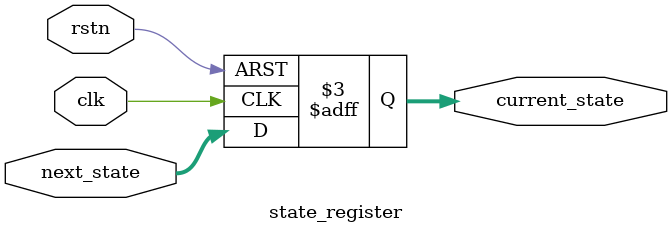
<source format=v>
`timescale 1ns / 1ps

module tv_channel(

    input clk,
    input rstn,
    input up,
    input dn,
    output [3:0] ch
    );

    wire [3:0] w_current_state;
    wire [3:0] w_next_state;

    fsm u_fsm(
        .up(up),
        .dn(dn),
        .current_state(w_current_state),
        .next_state(w_next_state)
    );

    state_register u_state_register(
        .clk(clk),
        .rstn(rstn),
        .next_state(w_next_state),
        .current_state(w_current_state)
    ); 

    assign ch = w_current_state;
endmodule


module fsm(
    input up,
    input dn,
    input [3:0] current_state,
    output reg [3:0] next_state
);
    always@(up,dn,current_state) begin
        if(up&~dn) begin
            if(current_state == 9) next_state = 0;
            else next_state = current_state + 1;
        end
        else if (~up&dn) begin
            if(current_state == 0) next_state = 9;
            else next_state = current_state - 1;
        end
        else next_state = current_state;
    end
    
endmodule


module state_register(
    input clk,
    input rstn,
    input [3:0] next_state,
    output reg [3:0] current_state
); 
    always @ (posedge clk, negedge rstn) begin
        if(!rstn) current_state <= 4'b0;
        else current_state <= next_state;
    end
endmodule

</source>
